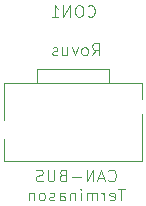
<source format=gbo>
%TF.GenerationSoftware,KiCad,Pcbnew,8.0.1-8.0.1-1~ubuntu22.04.1*%
%TF.CreationDate,2024-03-30T14:54:35-04:00*%
%TF.ProjectId,terminaison_can,7465726d-696e-4616-9973-6f6e5f63616e,rev?*%
%TF.SameCoordinates,Original*%
%TF.FileFunction,Legend,Bot*%
%TF.FilePolarity,Positive*%
%FSLAX46Y46*%
G04 Gerber Fmt 4.6, Leading zero omitted, Abs format (unit mm)*
G04 Created by KiCad (PCBNEW 8.0.1-8.0.1-1~ubuntu22.04.1) date 2024-03-30 14:54:35*
%MOMM*%
%LPD*%
G01*
G04 APERTURE LIST*
%ADD10C,0.100000*%
%ADD11C,2.300000*%
%ADD12C,0.900000*%
%ADD13C,1.500000*%
G04 APERTURE END LIST*
D10*
X25880952Y-21957419D02*
X26214285Y-21481228D01*
X26452380Y-21957419D02*
X26452380Y-20957419D01*
X26452380Y-20957419D02*
X26071428Y-20957419D01*
X26071428Y-20957419D02*
X25976190Y-21005038D01*
X25976190Y-21005038D02*
X25928571Y-21052657D01*
X25928571Y-21052657D02*
X25880952Y-21147895D01*
X25880952Y-21147895D02*
X25880952Y-21290752D01*
X25880952Y-21290752D02*
X25928571Y-21385990D01*
X25928571Y-21385990D02*
X25976190Y-21433609D01*
X25976190Y-21433609D02*
X26071428Y-21481228D01*
X26071428Y-21481228D02*
X26452380Y-21481228D01*
X25309523Y-21957419D02*
X25404761Y-21909800D01*
X25404761Y-21909800D02*
X25452380Y-21862180D01*
X25452380Y-21862180D02*
X25499999Y-21766942D01*
X25499999Y-21766942D02*
X25499999Y-21481228D01*
X25499999Y-21481228D02*
X25452380Y-21385990D01*
X25452380Y-21385990D02*
X25404761Y-21338371D01*
X25404761Y-21338371D02*
X25309523Y-21290752D01*
X25309523Y-21290752D02*
X25166666Y-21290752D01*
X25166666Y-21290752D02*
X25071428Y-21338371D01*
X25071428Y-21338371D02*
X25023809Y-21385990D01*
X25023809Y-21385990D02*
X24976190Y-21481228D01*
X24976190Y-21481228D02*
X24976190Y-21766942D01*
X24976190Y-21766942D02*
X25023809Y-21862180D01*
X25023809Y-21862180D02*
X25071428Y-21909800D01*
X25071428Y-21909800D02*
X25166666Y-21957419D01*
X25166666Y-21957419D02*
X25309523Y-21957419D01*
X24642856Y-21290752D02*
X24404761Y-21957419D01*
X24404761Y-21957419D02*
X24166666Y-21290752D01*
X23357142Y-21290752D02*
X23357142Y-21957419D01*
X23785713Y-21290752D02*
X23785713Y-21814561D01*
X23785713Y-21814561D02*
X23738094Y-21909800D01*
X23738094Y-21909800D02*
X23642856Y-21957419D01*
X23642856Y-21957419D02*
X23499999Y-21957419D01*
X23499999Y-21957419D02*
X23404761Y-21909800D01*
X23404761Y-21909800D02*
X23357142Y-21862180D01*
X22928570Y-21909800D02*
X22833332Y-21957419D01*
X22833332Y-21957419D02*
X22642856Y-21957419D01*
X22642856Y-21957419D02*
X22547618Y-21909800D01*
X22547618Y-21909800D02*
X22499999Y-21814561D01*
X22499999Y-21814561D02*
X22499999Y-21766942D01*
X22499999Y-21766942D02*
X22547618Y-21671704D01*
X22547618Y-21671704D02*
X22642856Y-21624085D01*
X22642856Y-21624085D02*
X22785713Y-21624085D01*
X22785713Y-21624085D02*
X22880951Y-21576466D01*
X22880951Y-21576466D02*
X22928570Y-21481228D01*
X22928570Y-21481228D02*
X22928570Y-21433609D01*
X22928570Y-21433609D02*
X22880951Y-21338371D01*
X22880951Y-21338371D02*
X22785713Y-21290752D01*
X22785713Y-21290752D02*
X22642856Y-21290752D01*
X22642856Y-21290752D02*
X22547618Y-21338371D01*
X27261904Y-32557208D02*
X27309523Y-32604828D01*
X27309523Y-32604828D02*
X27452380Y-32652447D01*
X27452380Y-32652447D02*
X27547618Y-32652447D01*
X27547618Y-32652447D02*
X27690475Y-32604828D01*
X27690475Y-32604828D02*
X27785713Y-32509589D01*
X27785713Y-32509589D02*
X27833332Y-32414351D01*
X27833332Y-32414351D02*
X27880951Y-32223875D01*
X27880951Y-32223875D02*
X27880951Y-32081018D01*
X27880951Y-32081018D02*
X27833332Y-31890542D01*
X27833332Y-31890542D02*
X27785713Y-31795304D01*
X27785713Y-31795304D02*
X27690475Y-31700066D01*
X27690475Y-31700066D02*
X27547618Y-31652447D01*
X27547618Y-31652447D02*
X27452380Y-31652447D01*
X27452380Y-31652447D02*
X27309523Y-31700066D01*
X27309523Y-31700066D02*
X27261904Y-31747685D01*
X26880951Y-32366732D02*
X26404761Y-32366732D01*
X26976189Y-32652447D02*
X26642856Y-31652447D01*
X26642856Y-31652447D02*
X26309523Y-32652447D01*
X25976189Y-32652447D02*
X25976189Y-31652447D01*
X25976189Y-31652447D02*
X25404761Y-32652447D01*
X25404761Y-32652447D02*
X25404761Y-31652447D01*
X24928570Y-32271494D02*
X24166666Y-32271494D01*
X23357142Y-32128637D02*
X23214285Y-32176256D01*
X23214285Y-32176256D02*
X23166666Y-32223875D01*
X23166666Y-32223875D02*
X23119047Y-32319113D01*
X23119047Y-32319113D02*
X23119047Y-32461970D01*
X23119047Y-32461970D02*
X23166666Y-32557208D01*
X23166666Y-32557208D02*
X23214285Y-32604828D01*
X23214285Y-32604828D02*
X23309523Y-32652447D01*
X23309523Y-32652447D02*
X23690475Y-32652447D01*
X23690475Y-32652447D02*
X23690475Y-31652447D01*
X23690475Y-31652447D02*
X23357142Y-31652447D01*
X23357142Y-31652447D02*
X23261904Y-31700066D01*
X23261904Y-31700066D02*
X23214285Y-31747685D01*
X23214285Y-31747685D02*
X23166666Y-31842923D01*
X23166666Y-31842923D02*
X23166666Y-31938161D01*
X23166666Y-31938161D02*
X23214285Y-32033399D01*
X23214285Y-32033399D02*
X23261904Y-32081018D01*
X23261904Y-32081018D02*
X23357142Y-32128637D01*
X23357142Y-32128637D02*
X23690475Y-32128637D01*
X22690475Y-31652447D02*
X22690475Y-32461970D01*
X22690475Y-32461970D02*
X22642856Y-32557208D01*
X22642856Y-32557208D02*
X22595237Y-32604828D01*
X22595237Y-32604828D02*
X22499999Y-32652447D01*
X22499999Y-32652447D02*
X22309523Y-32652447D01*
X22309523Y-32652447D02*
X22214285Y-32604828D01*
X22214285Y-32604828D02*
X22166666Y-32557208D01*
X22166666Y-32557208D02*
X22119047Y-32461970D01*
X22119047Y-32461970D02*
X22119047Y-31652447D01*
X21690475Y-32604828D02*
X21547618Y-32652447D01*
X21547618Y-32652447D02*
X21309523Y-32652447D01*
X21309523Y-32652447D02*
X21214285Y-32604828D01*
X21214285Y-32604828D02*
X21166666Y-32557208D01*
X21166666Y-32557208D02*
X21119047Y-32461970D01*
X21119047Y-32461970D02*
X21119047Y-32366732D01*
X21119047Y-32366732D02*
X21166666Y-32271494D01*
X21166666Y-32271494D02*
X21214285Y-32223875D01*
X21214285Y-32223875D02*
X21309523Y-32176256D01*
X21309523Y-32176256D02*
X21499999Y-32128637D01*
X21499999Y-32128637D02*
X21595237Y-32081018D01*
X21595237Y-32081018D02*
X21642856Y-32033399D01*
X21642856Y-32033399D02*
X21690475Y-31938161D01*
X21690475Y-31938161D02*
X21690475Y-31842923D01*
X21690475Y-31842923D02*
X21642856Y-31747685D01*
X21642856Y-31747685D02*
X21595237Y-31700066D01*
X21595237Y-31700066D02*
X21499999Y-31652447D01*
X21499999Y-31652447D02*
X21261904Y-31652447D01*
X21261904Y-31652447D02*
X21119047Y-31700066D01*
X28642856Y-33262391D02*
X28071428Y-33262391D01*
X28357142Y-34262391D02*
X28357142Y-33262391D01*
X27357142Y-34214772D02*
X27452380Y-34262391D01*
X27452380Y-34262391D02*
X27642856Y-34262391D01*
X27642856Y-34262391D02*
X27738094Y-34214772D01*
X27738094Y-34214772D02*
X27785713Y-34119533D01*
X27785713Y-34119533D02*
X27785713Y-33738581D01*
X27785713Y-33738581D02*
X27738094Y-33643343D01*
X27738094Y-33643343D02*
X27642856Y-33595724D01*
X27642856Y-33595724D02*
X27452380Y-33595724D01*
X27452380Y-33595724D02*
X27357142Y-33643343D01*
X27357142Y-33643343D02*
X27309523Y-33738581D01*
X27309523Y-33738581D02*
X27309523Y-33833819D01*
X27309523Y-33833819D02*
X27785713Y-33929057D01*
X26880951Y-34262391D02*
X26880951Y-33595724D01*
X26880951Y-33786200D02*
X26833332Y-33690962D01*
X26833332Y-33690962D02*
X26785713Y-33643343D01*
X26785713Y-33643343D02*
X26690475Y-33595724D01*
X26690475Y-33595724D02*
X26595237Y-33595724D01*
X26261903Y-34262391D02*
X26261903Y-33595724D01*
X26261903Y-33690962D02*
X26214284Y-33643343D01*
X26214284Y-33643343D02*
X26119046Y-33595724D01*
X26119046Y-33595724D02*
X25976189Y-33595724D01*
X25976189Y-33595724D02*
X25880951Y-33643343D01*
X25880951Y-33643343D02*
X25833332Y-33738581D01*
X25833332Y-33738581D02*
X25833332Y-34262391D01*
X25833332Y-33738581D02*
X25785713Y-33643343D01*
X25785713Y-33643343D02*
X25690475Y-33595724D01*
X25690475Y-33595724D02*
X25547618Y-33595724D01*
X25547618Y-33595724D02*
X25452379Y-33643343D01*
X25452379Y-33643343D02*
X25404760Y-33738581D01*
X25404760Y-33738581D02*
X25404760Y-34262391D01*
X24928570Y-34262391D02*
X24928570Y-33595724D01*
X24928570Y-33262391D02*
X24976189Y-33310010D01*
X24976189Y-33310010D02*
X24928570Y-33357629D01*
X24928570Y-33357629D02*
X24880951Y-33310010D01*
X24880951Y-33310010D02*
X24928570Y-33262391D01*
X24928570Y-33262391D02*
X24928570Y-33357629D01*
X24452380Y-33595724D02*
X24452380Y-34262391D01*
X24452380Y-33690962D02*
X24404761Y-33643343D01*
X24404761Y-33643343D02*
X24309523Y-33595724D01*
X24309523Y-33595724D02*
X24166666Y-33595724D01*
X24166666Y-33595724D02*
X24071428Y-33643343D01*
X24071428Y-33643343D02*
X24023809Y-33738581D01*
X24023809Y-33738581D02*
X24023809Y-34262391D01*
X23119047Y-34262391D02*
X23119047Y-33738581D01*
X23119047Y-33738581D02*
X23166666Y-33643343D01*
X23166666Y-33643343D02*
X23261904Y-33595724D01*
X23261904Y-33595724D02*
X23452380Y-33595724D01*
X23452380Y-33595724D02*
X23547618Y-33643343D01*
X23119047Y-34214772D02*
X23214285Y-34262391D01*
X23214285Y-34262391D02*
X23452380Y-34262391D01*
X23452380Y-34262391D02*
X23547618Y-34214772D01*
X23547618Y-34214772D02*
X23595237Y-34119533D01*
X23595237Y-34119533D02*
X23595237Y-34024295D01*
X23595237Y-34024295D02*
X23547618Y-33929057D01*
X23547618Y-33929057D02*
X23452380Y-33881438D01*
X23452380Y-33881438D02*
X23214285Y-33881438D01*
X23214285Y-33881438D02*
X23119047Y-33833819D01*
X22690475Y-34214772D02*
X22595237Y-34262391D01*
X22595237Y-34262391D02*
X22404761Y-34262391D01*
X22404761Y-34262391D02*
X22309523Y-34214772D01*
X22309523Y-34214772D02*
X22261904Y-34119533D01*
X22261904Y-34119533D02*
X22261904Y-34071914D01*
X22261904Y-34071914D02*
X22309523Y-33976676D01*
X22309523Y-33976676D02*
X22404761Y-33929057D01*
X22404761Y-33929057D02*
X22547618Y-33929057D01*
X22547618Y-33929057D02*
X22642856Y-33881438D01*
X22642856Y-33881438D02*
X22690475Y-33786200D01*
X22690475Y-33786200D02*
X22690475Y-33738581D01*
X22690475Y-33738581D02*
X22642856Y-33643343D01*
X22642856Y-33643343D02*
X22547618Y-33595724D01*
X22547618Y-33595724D02*
X22404761Y-33595724D01*
X22404761Y-33595724D02*
X22309523Y-33643343D01*
X21690475Y-34262391D02*
X21785713Y-34214772D01*
X21785713Y-34214772D02*
X21833332Y-34167152D01*
X21833332Y-34167152D02*
X21880951Y-34071914D01*
X21880951Y-34071914D02*
X21880951Y-33786200D01*
X21880951Y-33786200D02*
X21833332Y-33690962D01*
X21833332Y-33690962D02*
X21785713Y-33643343D01*
X21785713Y-33643343D02*
X21690475Y-33595724D01*
X21690475Y-33595724D02*
X21547618Y-33595724D01*
X21547618Y-33595724D02*
X21452380Y-33643343D01*
X21452380Y-33643343D02*
X21404761Y-33690962D01*
X21404761Y-33690962D02*
X21357142Y-33786200D01*
X21357142Y-33786200D02*
X21357142Y-34071914D01*
X21357142Y-34071914D02*
X21404761Y-34167152D01*
X21404761Y-34167152D02*
X21452380Y-34214772D01*
X21452380Y-34214772D02*
X21547618Y-34262391D01*
X21547618Y-34262391D02*
X21690475Y-34262391D01*
X20928570Y-33595724D02*
X20928570Y-34262391D01*
X20928570Y-33690962D02*
X20880951Y-33643343D01*
X20880951Y-33643343D02*
X20785713Y-33595724D01*
X20785713Y-33595724D02*
X20642856Y-33595724D01*
X20642856Y-33595724D02*
X20547618Y-33643343D01*
X20547618Y-33643343D02*
X20499999Y-33738581D01*
X20499999Y-33738581D02*
X20499999Y-34262391D01*
X25496285Y-18632180D02*
X25543904Y-18679800D01*
X25543904Y-18679800D02*
X25686761Y-18727419D01*
X25686761Y-18727419D02*
X25781999Y-18727419D01*
X25781999Y-18727419D02*
X25924856Y-18679800D01*
X25924856Y-18679800D02*
X26020094Y-18584561D01*
X26020094Y-18584561D02*
X26067713Y-18489323D01*
X26067713Y-18489323D02*
X26115332Y-18298847D01*
X26115332Y-18298847D02*
X26115332Y-18155990D01*
X26115332Y-18155990D02*
X26067713Y-17965514D01*
X26067713Y-17965514D02*
X26020094Y-17870276D01*
X26020094Y-17870276D02*
X25924856Y-17775038D01*
X25924856Y-17775038D02*
X25781999Y-17727419D01*
X25781999Y-17727419D02*
X25686761Y-17727419D01*
X25686761Y-17727419D02*
X25543904Y-17775038D01*
X25543904Y-17775038D02*
X25496285Y-17822657D01*
X24877237Y-17727419D02*
X24686761Y-17727419D01*
X24686761Y-17727419D02*
X24591523Y-17775038D01*
X24591523Y-17775038D02*
X24496285Y-17870276D01*
X24496285Y-17870276D02*
X24448666Y-18060752D01*
X24448666Y-18060752D02*
X24448666Y-18394085D01*
X24448666Y-18394085D02*
X24496285Y-18584561D01*
X24496285Y-18584561D02*
X24591523Y-18679800D01*
X24591523Y-18679800D02*
X24686761Y-18727419D01*
X24686761Y-18727419D02*
X24877237Y-18727419D01*
X24877237Y-18727419D02*
X24972475Y-18679800D01*
X24972475Y-18679800D02*
X25067713Y-18584561D01*
X25067713Y-18584561D02*
X25115332Y-18394085D01*
X25115332Y-18394085D02*
X25115332Y-18060752D01*
X25115332Y-18060752D02*
X25067713Y-17870276D01*
X25067713Y-17870276D02*
X24972475Y-17775038D01*
X24972475Y-17775038D02*
X24877237Y-17727419D01*
X24020094Y-18727419D02*
X24020094Y-17727419D01*
X24020094Y-17727419D02*
X23448666Y-18727419D01*
X23448666Y-18727419D02*
X23448666Y-17727419D01*
X22448666Y-18727419D02*
X23020094Y-18727419D01*
X22734380Y-18727419D02*
X22734380Y-17727419D01*
X22734380Y-17727419D02*
X22829618Y-17870276D01*
X22829618Y-17870276D02*
X22924856Y-17965514D01*
X22924856Y-17965514D02*
X23020094Y-18013133D01*
%TO.C,CON1*%
X18422000Y-30920000D02*
X30122000Y-30920000D01*
X30122000Y-24320000D01*
X18422000Y-24320000D01*
X18422000Y-30920000D01*
X21222000Y-24320000D02*
X27322000Y-24320000D01*
X27322000Y-23120000D01*
X21222000Y-23120000D01*
X21222000Y-24320000D01*
%TD*%
%LPC*%
D11*
%TO.C,CON1*%
X29162000Y-26350000D03*
D12*
X25796000Y-28880000D03*
X24780000Y-26350000D03*
X23764000Y-28880000D03*
X22748000Y-26350000D03*
D11*
X19382000Y-28255000D03*
D13*
X20716000Y-26350000D03*
X21732000Y-28880000D03*
X26812000Y-26350000D03*
X27828000Y-28880000D03*
%TD*%
%LPD*%
M02*

</source>
